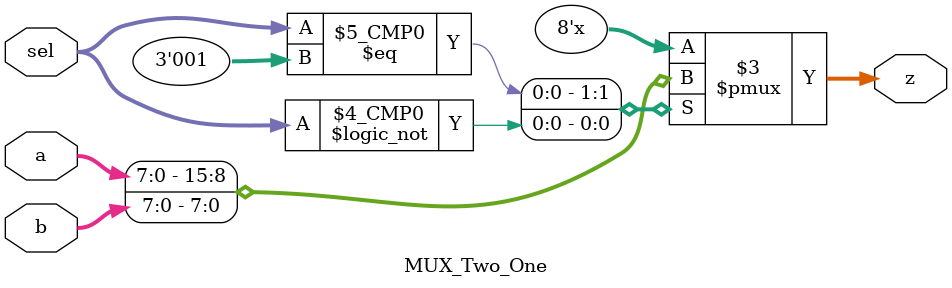
<source format=v>


`timescale 1ns/10ps

module MUX_Two_One (
    z,
    a,
    b,
    sel
);


output [7:0] z;
reg [7:0] z;
input [7:0] a;
input [7:0] b;
input [2:0] sel;




always @(b, sel, a) begin: MUX_TWO_ONE_COMBLOGIC
    case (sel)
        'h1: begin
            z = a;
        end
        'h0: begin
            z = b;
        end
    endcase
end

endmodule

</source>
